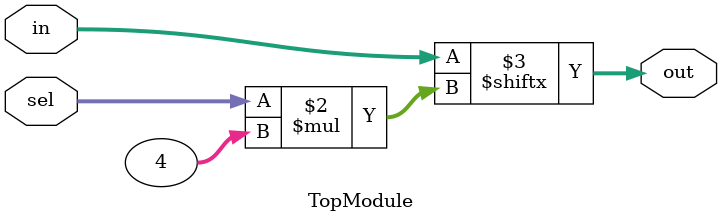
<source format=sv>
module TopModule(
    input [1023:0] in,  // 1024-bit input vector
    input [7:0] sel,    // 8-bit selector input
    output logic [3:0] out  // 4-bit output
);

    always @(*) begin
        out = in[(sel * 4) + 3 : sel * 4];
    end

endmodule
</source>
